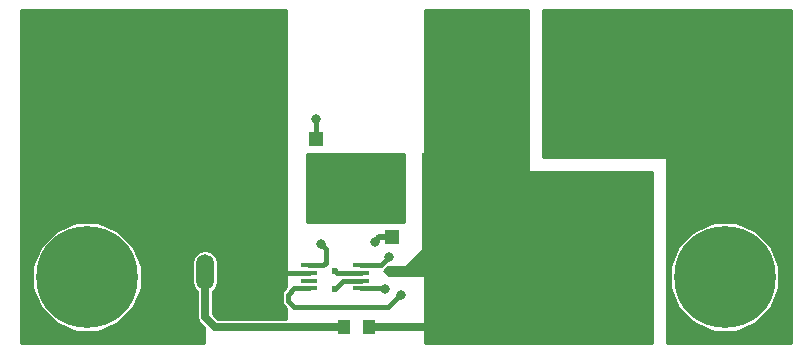
<source format=gbl>
G04 #@! TF.FileFunction,Copper,L2,Bot,Signal*
%FSLAX46Y46*%
G04 Gerber Fmt 4.6, Leading zero omitted, Abs format (unit mm)*
G04 Created by KiCad (PCBNEW 4.0.7-e0-6372~58~ubuntu16.10.1) date Tue Oct  3 15:20:14 2017*
%MOMM*%
%LPD*%
G01*
G04 APERTURE LIST*
%ADD10C,0.100000*%
%ADD11R,1.450000X0.450000*%
%ADD12R,1.280000X1.270000*%
%ADD13R,1.000000X8.000000*%
%ADD14R,1.000000X8.250000*%
%ADD15R,4.100000X6.900000*%
%ADD16C,8.600000*%
%ADD17C,0.700000*%
%ADD18C,1.600000*%
%ADD19O,1.510000X3.010000*%
%ADD20R,1.000000X1.300000*%
%ADD21C,0.800000*%
%ADD22C,0.600000*%
%ADD23C,0.400000*%
%ADD24C,0.712000*%
%ADD25C,0.250000*%
%ADD26C,0.508000*%
%ADD27C,0.254000*%
G04 APERTURE END LIST*
D10*
D11*
X29200000Y-22025000D03*
X29200000Y-22675000D03*
X29200000Y-23325000D03*
X29200000Y-23975000D03*
X24800000Y-23975000D03*
X24800000Y-23325000D03*
X24800000Y-22675000D03*
X24800000Y-22025000D03*
D12*
X25370000Y-11355000D03*
X25370000Y-13385000D03*
X25370000Y-15415000D03*
X25370000Y-17445000D03*
D13*
X17500000Y-14400000D03*
D14*
X22290000Y-14400000D03*
D15*
X20000000Y-14400000D03*
D12*
X31830000Y-19645000D03*
X31830000Y-17615000D03*
X31830000Y-15585000D03*
X31830000Y-13555000D03*
D13*
X39700000Y-16600000D03*
D14*
X34910000Y-16600000D03*
D15*
X37200000Y-16600000D03*
D16*
X60000000Y-6000000D03*
D17*
X63225000Y-6000000D03*
X62280419Y-8280419D03*
X60000000Y-9225000D03*
X57719581Y-8280419D03*
X56775000Y-6000000D03*
X57719581Y-3719581D03*
X60000000Y-2775000D03*
X62280419Y-3719581D03*
D16*
X6000000Y-6000000D03*
D17*
X9225000Y-6000000D03*
X8280419Y-8280419D03*
X6000000Y-9225000D03*
X3719581Y-8280419D03*
X2775000Y-6000000D03*
X3719581Y-3719581D03*
X6000000Y-2775000D03*
X8280419Y-3719581D03*
D16*
X60000000Y-23000000D03*
D17*
X63225000Y-23000000D03*
X62280419Y-25280419D03*
X60000000Y-26225000D03*
X57719581Y-25280419D03*
X56775000Y-23000000D03*
X57719581Y-20719581D03*
X60000000Y-19775000D03*
X62280419Y-20719581D03*
D16*
X6000000Y-23000000D03*
D17*
X9225000Y-23000000D03*
X8280419Y-25280419D03*
X6000000Y-26225000D03*
X3719581Y-25280419D03*
X2775000Y-23000000D03*
X3719581Y-20719581D03*
X6000000Y-19775000D03*
X8280419Y-20719581D03*
D18*
X47800000Y-21235000D03*
X51200000Y-21235000D03*
X47800000Y-7765000D03*
X51200000Y-7765000D03*
D19*
X16000000Y-22600000D03*
X13460000Y-22600000D03*
D20*
X27750000Y-27200000D03*
X29850000Y-27200000D03*
D21*
X31200000Y-24000000D03*
X44800000Y-21100000D03*
X43200000Y-20000000D03*
X41600000Y-20600000D03*
X41400000Y-22800000D03*
X41500000Y-16400000D03*
X43200000Y-16600000D03*
X45200000Y-16100000D03*
X36500000Y-21500000D03*
X35700000Y-11100000D03*
X36400000Y-23600000D03*
X35500000Y-9250000D03*
X25400000Y-9600000D03*
X25800000Y-20200000D03*
X29700000Y-13500000D03*
X10600000Y-13100000D03*
X10700000Y-11500000D03*
X9600000Y-10500000D03*
X7400000Y-12200000D03*
X13800000Y-14400000D03*
X12200000Y-14400000D03*
X15700000Y-14900000D03*
D22*
X17600000Y-9800000D03*
X27000000Y-22500000D03*
X27000000Y-24000000D03*
D21*
X32600000Y-24500000D03*
X31600000Y-21300000D03*
X30400000Y-20000000D03*
D23*
X29200000Y-23975000D02*
X31175000Y-23975000D01*
X31175000Y-23975000D02*
X31200000Y-24000000D01*
D24*
X29850000Y-27200000D02*
X35400000Y-27200000D01*
X36400000Y-26200000D02*
X36400000Y-23600000D01*
X35400000Y-27200000D02*
X36400000Y-26200000D01*
D23*
X37200000Y-16600000D02*
X37200000Y-22800000D01*
X37200000Y-22800000D02*
X36400000Y-23600000D01*
D25*
X34910000Y-18890000D02*
X37200000Y-16600000D01*
X35500000Y-9250000D02*
X35500000Y-10500000D01*
X35500000Y-10500000D02*
X35750000Y-10750000D01*
X37200000Y-12200000D02*
X37200000Y-16600000D01*
X35750000Y-10750000D02*
X37200000Y-12200000D01*
D23*
X25370000Y-9630000D02*
X25370000Y-11355000D01*
X25400000Y-9600000D02*
X25370000Y-9630000D01*
X25975000Y-22025000D02*
X26200000Y-21800000D01*
X25975000Y-22025000D02*
X24800000Y-22025000D01*
X26200000Y-20600000D02*
X25800000Y-20200000D01*
X26200000Y-21800000D02*
X26200000Y-20600000D01*
D26*
X25400000Y-11325000D02*
X25370000Y-11355000D01*
D23*
X31775000Y-13500000D02*
X29700000Y-13500000D01*
D25*
X31775000Y-13500000D02*
X31830000Y-13555000D01*
D24*
X17600000Y-12000000D02*
X17600000Y-9800000D01*
X17600000Y-12000000D02*
X20000000Y-14400000D01*
D23*
X24800000Y-22675000D02*
X21900000Y-22675000D01*
X20000000Y-20775000D02*
X20000000Y-14400000D01*
X21900000Y-22675000D02*
X20000000Y-20775000D01*
D25*
X20000000Y-11300000D02*
X20000000Y-14400000D01*
X19850000Y-14250000D02*
X20000000Y-14400000D01*
X20250000Y-14650000D02*
X20000000Y-14400000D01*
D23*
X27175000Y-22675000D02*
X29200000Y-22675000D01*
D25*
X27000000Y-22500000D02*
X27175000Y-22675000D01*
D23*
X29200000Y-23325000D02*
X27675000Y-23325000D01*
X27675000Y-23325000D02*
X27000000Y-24000000D01*
X24800000Y-23975000D02*
X23525000Y-23975000D01*
X32500000Y-24500000D02*
X32600000Y-24500000D01*
X31500000Y-25500000D02*
X32500000Y-24500000D01*
X23500000Y-25500000D02*
X31500000Y-25500000D01*
X23000000Y-25000000D02*
X23500000Y-25500000D01*
X23000000Y-24500000D02*
X23000000Y-25000000D01*
X23525000Y-23975000D02*
X23000000Y-24500000D01*
X29200000Y-22025000D02*
X30875000Y-22025000D01*
X30875000Y-22025000D02*
X31600000Y-21300000D01*
D26*
X31830000Y-19645000D02*
X30755000Y-19645000D01*
X30755000Y-19645000D02*
X30400000Y-20000000D01*
X31900000Y-19715000D02*
X31830000Y-19645000D01*
D24*
X16000000Y-22600000D02*
X16000000Y-26400000D01*
X16800000Y-27200000D02*
X27750000Y-27200000D01*
X16000000Y-26400000D02*
X16800000Y-27200000D01*
D27*
G36*
X32873000Y-18373000D02*
X24627000Y-18373000D01*
X24627000Y-12627000D01*
X32873000Y-12627000D01*
X32873000Y-18373000D01*
X32873000Y-18373000D01*
G37*
X32873000Y-18373000D02*
X24627000Y-18373000D01*
X24627000Y-12627000D01*
X32873000Y-12627000D01*
X32873000Y-18373000D01*
G36*
X22873000Y-23881710D02*
X22627355Y-24127355D01*
X22513115Y-24298325D01*
X22513115Y-24298326D01*
X22473000Y-24500000D01*
X22473000Y-25000000D01*
X22513115Y-25201675D01*
X22627355Y-25372645D01*
X22873000Y-25618290D01*
X22873000Y-26517000D01*
X17082908Y-26517000D01*
X16683000Y-26117092D01*
X16683000Y-24205832D01*
X16765090Y-24150981D01*
X16999638Y-23799954D01*
X17082000Y-23385891D01*
X17082000Y-21814109D01*
X16999638Y-21400046D01*
X16765090Y-21049019D01*
X16414063Y-20814471D01*
X16000000Y-20732109D01*
X15585937Y-20814471D01*
X15234910Y-21049019D01*
X15000362Y-21400046D01*
X14918000Y-21814109D01*
X14918000Y-23385891D01*
X15000362Y-23799954D01*
X15234910Y-24150981D01*
X15317000Y-24205832D01*
X15317000Y-26400000D01*
X15368990Y-26661373D01*
X15517046Y-26882954D01*
X15873000Y-27238908D01*
X15873000Y-28598000D01*
X402000Y-28598000D01*
X402000Y-23916329D01*
X1372199Y-23916329D01*
X2075133Y-25617561D01*
X3375593Y-26920292D01*
X5075595Y-27626195D01*
X6916329Y-27627801D01*
X8617561Y-26924867D01*
X9920292Y-25624407D01*
X10626195Y-23924405D01*
X10627801Y-22083671D01*
X9924867Y-20382439D01*
X8624407Y-19079708D01*
X6924405Y-18373805D01*
X5083671Y-18372199D01*
X3382439Y-19075133D01*
X2079708Y-20375593D01*
X1373805Y-22075595D01*
X1372199Y-23916329D01*
X402000Y-23916329D01*
X402000Y-9359073D01*
X5322883Y-9359073D01*
X5425733Y-9607989D01*
X5616010Y-9798598D01*
X5864746Y-9901882D01*
X6134073Y-9902117D01*
X6382989Y-9799267D01*
X6573598Y-9608990D01*
X6676882Y-9360254D01*
X6677117Y-9090927D01*
X6574267Y-8842011D01*
X6383990Y-8651402D01*
X6135254Y-8548118D01*
X5865927Y-8547883D01*
X5617011Y-8650733D01*
X5426402Y-8841010D01*
X5323118Y-9089746D01*
X5322883Y-9359073D01*
X402000Y-9359073D01*
X402000Y-8414492D01*
X3042464Y-8414492D01*
X3145314Y-8663408D01*
X3335591Y-8854017D01*
X3584327Y-8957301D01*
X3853654Y-8957536D01*
X4102570Y-8854686D01*
X4293179Y-8664409D01*
X4396463Y-8415673D01*
X4396464Y-8414492D01*
X7603302Y-8414492D01*
X7706152Y-8663408D01*
X7896429Y-8854017D01*
X8145165Y-8957301D01*
X8414492Y-8957536D01*
X8663408Y-8854686D01*
X8854017Y-8664409D01*
X8957301Y-8415673D01*
X8957536Y-8146346D01*
X8854686Y-7897430D01*
X8664409Y-7706821D01*
X8415673Y-7603537D01*
X8146346Y-7603302D01*
X7897430Y-7706152D01*
X7706821Y-7896429D01*
X7603537Y-8145165D01*
X7603302Y-8414492D01*
X4396464Y-8414492D01*
X4396698Y-8146346D01*
X4293848Y-7897430D01*
X4103571Y-7706821D01*
X3854835Y-7603537D01*
X3585508Y-7603302D01*
X3336592Y-7706152D01*
X3145983Y-7896429D01*
X3042699Y-8145165D01*
X3042464Y-8414492D01*
X402000Y-8414492D01*
X402000Y-6134073D01*
X2097883Y-6134073D01*
X2200733Y-6382989D01*
X2391010Y-6573598D01*
X2639746Y-6676882D01*
X2909073Y-6677117D01*
X3157989Y-6574267D01*
X3348598Y-6383990D01*
X3451882Y-6135254D01*
X3451883Y-6134073D01*
X8547883Y-6134073D01*
X8650733Y-6382989D01*
X8841010Y-6573598D01*
X9089746Y-6676882D01*
X9359073Y-6677117D01*
X9607989Y-6574267D01*
X9798598Y-6383990D01*
X9901882Y-6135254D01*
X9902117Y-5865927D01*
X9799267Y-5617011D01*
X9608990Y-5426402D01*
X9360254Y-5323118D01*
X9090927Y-5322883D01*
X8842011Y-5425733D01*
X8651402Y-5616010D01*
X8548118Y-5864746D01*
X8547883Y-6134073D01*
X3451883Y-6134073D01*
X3452117Y-5865927D01*
X3349267Y-5617011D01*
X3158990Y-5426402D01*
X2910254Y-5323118D01*
X2640927Y-5322883D01*
X2392011Y-5425733D01*
X2201402Y-5616010D01*
X2098118Y-5864746D01*
X2097883Y-6134073D01*
X402000Y-6134073D01*
X402000Y-3853654D01*
X3042464Y-3853654D01*
X3145314Y-4102570D01*
X3335591Y-4293179D01*
X3584327Y-4396463D01*
X3853654Y-4396698D01*
X4102570Y-4293848D01*
X4293179Y-4103571D01*
X4396463Y-3854835D01*
X4396464Y-3853654D01*
X7603302Y-3853654D01*
X7706152Y-4102570D01*
X7896429Y-4293179D01*
X8145165Y-4396463D01*
X8414492Y-4396698D01*
X8663408Y-4293848D01*
X8854017Y-4103571D01*
X8957301Y-3854835D01*
X8957536Y-3585508D01*
X8854686Y-3336592D01*
X8664409Y-3145983D01*
X8415673Y-3042699D01*
X8146346Y-3042464D01*
X7897430Y-3145314D01*
X7706821Y-3335591D01*
X7603537Y-3584327D01*
X7603302Y-3853654D01*
X4396464Y-3853654D01*
X4396698Y-3585508D01*
X4293848Y-3336592D01*
X4103571Y-3145983D01*
X3854835Y-3042699D01*
X3585508Y-3042464D01*
X3336592Y-3145314D01*
X3145983Y-3335591D01*
X3042699Y-3584327D01*
X3042464Y-3853654D01*
X402000Y-3853654D01*
X402000Y-2909073D01*
X5322883Y-2909073D01*
X5425733Y-3157989D01*
X5616010Y-3348598D01*
X5864746Y-3451882D01*
X6134073Y-3452117D01*
X6382989Y-3349267D01*
X6573598Y-3158990D01*
X6676882Y-2910254D01*
X6677117Y-2640927D01*
X6574267Y-2392011D01*
X6383990Y-2201402D01*
X6135254Y-2098118D01*
X5865927Y-2097883D01*
X5617011Y-2200733D01*
X5426402Y-2391010D01*
X5323118Y-2639746D01*
X5322883Y-2909073D01*
X402000Y-2909073D01*
X402000Y-402000D01*
X22873000Y-402000D01*
X22873000Y-23881710D01*
X22873000Y-23881710D01*
G37*
X22873000Y-23881710D02*
X22627355Y-24127355D01*
X22513115Y-24298325D01*
X22513115Y-24298326D01*
X22473000Y-24500000D01*
X22473000Y-25000000D01*
X22513115Y-25201675D01*
X22627355Y-25372645D01*
X22873000Y-25618290D01*
X22873000Y-26517000D01*
X17082908Y-26517000D01*
X16683000Y-26117092D01*
X16683000Y-24205832D01*
X16765090Y-24150981D01*
X16999638Y-23799954D01*
X17082000Y-23385891D01*
X17082000Y-21814109D01*
X16999638Y-21400046D01*
X16765090Y-21049019D01*
X16414063Y-20814471D01*
X16000000Y-20732109D01*
X15585937Y-20814471D01*
X15234910Y-21049019D01*
X15000362Y-21400046D01*
X14918000Y-21814109D01*
X14918000Y-23385891D01*
X15000362Y-23799954D01*
X15234910Y-24150981D01*
X15317000Y-24205832D01*
X15317000Y-26400000D01*
X15368990Y-26661373D01*
X15517046Y-26882954D01*
X15873000Y-27238908D01*
X15873000Y-28598000D01*
X402000Y-28598000D01*
X402000Y-23916329D01*
X1372199Y-23916329D01*
X2075133Y-25617561D01*
X3375593Y-26920292D01*
X5075595Y-27626195D01*
X6916329Y-27627801D01*
X8617561Y-26924867D01*
X9920292Y-25624407D01*
X10626195Y-23924405D01*
X10627801Y-22083671D01*
X9924867Y-20382439D01*
X8624407Y-19079708D01*
X6924405Y-18373805D01*
X5083671Y-18372199D01*
X3382439Y-19075133D01*
X2079708Y-20375593D01*
X1373805Y-22075595D01*
X1372199Y-23916329D01*
X402000Y-23916329D01*
X402000Y-9359073D01*
X5322883Y-9359073D01*
X5425733Y-9607989D01*
X5616010Y-9798598D01*
X5864746Y-9901882D01*
X6134073Y-9902117D01*
X6382989Y-9799267D01*
X6573598Y-9608990D01*
X6676882Y-9360254D01*
X6677117Y-9090927D01*
X6574267Y-8842011D01*
X6383990Y-8651402D01*
X6135254Y-8548118D01*
X5865927Y-8547883D01*
X5617011Y-8650733D01*
X5426402Y-8841010D01*
X5323118Y-9089746D01*
X5322883Y-9359073D01*
X402000Y-9359073D01*
X402000Y-8414492D01*
X3042464Y-8414492D01*
X3145314Y-8663408D01*
X3335591Y-8854017D01*
X3584327Y-8957301D01*
X3853654Y-8957536D01*
X4102570Y-8854686D01*
X4293179Y-8664409D01*
X4396463Y-8415673D01*
X4396464Y-8414492D01*
X7603302Y-8414492D01*
X7706152Y-8663408D01*
X7896429Y-8854017D01*
X8145165Y-8957301D01*
X8414492Y-8957536D01*
X8663408Y-8854686D01*
X8854017Y-8664409D01*
X8957301Y-8415673D01*
X8957536Y-8146346D01*
X8854686Y-7897430D01*
X8664409Y-7706821D01*
X8415673Y-7603537D01*
X8146346Y-7603302D01*
X7897430Y-7706152D01*
X7706821Y-7896429D01*
X7603537Y-8145165D01*
X7603302Y-8414492D01*
X4396464Y-8414492D01*
X4396698Y-8146346D01*
X4293848Y-7897430D01*
X4103571Y-7706821D01*
X3854835Y-7603537D01*
X3585508Y-7603302D01*
X3336592Y-7706152D01*
X3145983Y-7896429D01*
X3042699Y-8145165D01*
X3042464Y-8414492D01*
X402000Y-8414492D01*
X402000Y-6134073D01*
X2097883Y-6134073D01*
X2200733Y-6382989D01*
X2391010Y-6573598D01*
X2639746Y-6676882D01*
X2909073Y-6677117D01*
X3157989Y-6574267D01*
X3348598Y-6383990D01*
X3451882Y-6135254D01*
X3451883Y-6134073D01*
X8547883Y-6134073D01*
X8650733Y-6382989D01*
X8841010Y-6573598D01*
X9089746Y-6676882D01*
X9359073Y-6677117D01*
X9607989Y-6574267D01*
X9798598Y-6383990D01*
X9901882Y-6135254D01*
X9902117Y-5865927D01*
X9799267Y-5617011D01*
X9608990Y-5426402D01*
X9360254Y-5323118D01*
X9090927Y-5322883D01*
X8842011Y-5425733D01*
X8651402Y-5616010D01*
X8548118Y-5864746D01*
X8547883Y-6134073D01*
X3451883Y-6134073D01*
X3452117Y-5865927D01*
X3349267Y-5617011D01*
X3158990Y-5426402D01*
X2910254Y-5323118D01*
X2640927Y-5322883D01*
X2392011Y-5425733D01*
X2201402Y-5616010D01*
X2098118Y-5864746D01*
X2097883Y-6134073D01*
X402000Y-6134073D01*
X402000Y-3853654D01*
X3042464Y-3853654D01*
X3145314Y-4102570D01*
X3335591Y-4293179D01*
X3584327Y-4396463D01*
X3853654Y-4396698D01*
X4102570Y-4293848D01*
X4293179Y-4103571D01*
X4396463Y-3854835D01*
X4396464Y-3853654D01*
X7603302Y-3853654D01*
X7706152Y-4102570D01*
X7896429Y-4293179D01*
X8145165Y-4396463D01*
X8414492Y-4396698D01*
X8663408Y-4293848D01*
X8854017Y-4103571D01*
X8957301Y-3854835D01*
X8957536Y-3585508D01*
X8854686Y-3336592D01*
X8664409Y-3145983D01*
X8415673Y-3042699D01*
X8146346Y-3042464D01*
X7897430Y-3145314D01*
X7706821Y-3335591D01*
X7603537Y-3584327D01*
X7603302Y-3853654D01*
X4396464Y-3853654D01*
X4396698Y-3585508D01*
X4293848Y-3336592D01*
X4103571Y-3145983D01*
X3854835Y-3042699D01*
X3585508Y-3042464D01*
X3336592Y-3145314D01*
X3145983Y-3335591D01*
X3042699Y-3584327D01*
X3042464Y-3853654D01*
X402000Y-3853654D01*
X402000Y-2909073D01*
X5322883Y-2909073D01*
X5425733Y-3157989D01*
X5616010Y-3348598D01*
X5864746Y-3451882D01*
X6134073Y-3452117D01*
X6382989Y-3349267D01*
X6573598Y-3158990D01*
X6676882Y-2910254D01*
X6677117Y-2640927D01*
X6574267Y-2392011D01*
X6383990Y-2201402D01*
X6135254Y-2098118D01*
X5865927Y-2097883D01*
X5617011Y-2200733D01*
X5426402Y-2391010D01*
X5323118Y-2639746D01*
X5322883Y-2909073D01*
X402000Y-2909073D01*
X402000Y-402000D01*
X22873000Y-402000D01*
X22873000Y-23881710D01*
G36*
X65598000Y-28598000D02*
X55127000Y-28598000D01*
X55127000Y-23916329D01*
X55372199Y-23916329D01*
X56075133Y-25617561D01*
X57375593Y-26920292D01*
X59075595Y-27626195D01*
X60916329Y-27627801D01*
X62617561Y-26924867D01*
X63920292Y-25624407D01*
X64626195Y-23924405D01*
X64627801Y-22083671D01*
X63924867Y-20382439D01*
X62624407Y-19079708D01*
X60924405Y-18373805D01*
X59083671Y-18372199D01*
X57382439Y-19075133D01*
X56079708Y-20375593D01*
X55373805Y-22075595D01*
X55372199Y-23916329D01*
X55127000Y-23916329D01*
X55127000Y-13000000D01*
X55116994Y-12950590D01*
X55088553Y-12908965D01*
X55046159Y-12881685D01*
X55000000Y-12873000D01*
X44627000Y-12873000D01*
X44627000Y-9359073D01*
X59322883Y-9359073D01*
X59425733Y-9607989D01*
X59616010Y-9798598D01*
X59864746Y-9901882D01*
X60134073Y-9902117D01*
X60382989Y-9799267D01*
X60573598Y-9608990D01*
X60676882Y-9360254D01*
X60677117Y-9090927D01*
X60574267Y-8842011D01*
X60383990Y-8651402D01*
X60135254Y-8548118D01*
X59865927Y-8547883D01*
X59617011Y-8650733D01*
X59426402Y-8841010D01*
X59323118Y-9089746D01*
X59322883Y-9359073D01*
X44627000Y-9359073D01*
X44627000Y-8414492D01*
X57042464Y-8414492D01*
X57145314Y-8663408D01*
X57335591Y-8854017D01*
X57584327Y-8957301D01*
X57853654Y-8957536D01*
X58102570Y-8854686D01*
X58293179Y-8664409D01*
X58396463Y-8415673D01*
X58396464Y-8414492D01*
X61603302Y-8414492D01*
X61706152Y-8663408D01*
X61896429Y-8854017D01*
X62145165Y-8957301D01*
X62414492Y-8957536D01*
X62663408Y-8854686D01*
X62854017Y-8664409D01*
X62957301Y-8415673D01*
X62957536Y-8146346D01*
X62854686Y-7897430D01*
X62664409Y-7706821D01*
X62415673Y-7603537D01*
X62146346Y-7603302D01*
X61897430Y-7706152D01*
X61706821Y-7896429D01*
X61603537Y-8145165D01*
X61603302Y-8414492D01*
X58396464Y-8414492D01*
X58396698Y-8146346D01*
X58293848Y-7897430D01*
X58103571Y-7706821D01*
X57854835Y-7603537D01*
X57585508Y-7603302D01*
X57336592Y-7706152D01*
X57145983Y-7896429D01*
X57042699Y-8145165D01*
X57042464Y-8414492D01*
X44627000Y-8414492D01*
X44627000Y-6134073D01*
X56097883Y-6134073D01*
X56200733Y-6382989D01*
X56391010Y-6573598D01*
X56639746Y-6676882D01*
X56909073Y-6677117D01*
X57157989Y-6574267D01*
X57348598Y-6383990D01*
X57451882Y-6135254D01*
X57451883Y-6134073D01*
X62547883Y-6134073D01*
X62650733Y-6382989D01*
X62841010Y-6573598D01*
X63089746Y-6676882D01*
X63359073Y-6677117D01*
X63607989Y-6574267D01*
X63798598Y-6383990D01*
X63901882Y-6135254D01*
X63902117Y-5865927D01*
X63799267Y-5617011D01*
X63608990Y-5426402D01*
X63360254Y-5323118D01*
X63090927Y-5322883D01*
X62842011Y-5425733D01*
X62651402Y-5616010D01*
X62548118Y-5864746D01*
X62547883Y-6134073D01*
X57451883Y-6134073D01*
X57452117Y-5865927D01*
X57349267Y-5617011D01*
X57158990Y-5426402D01*
X56910254Y-5323118D01*
X56640927Y-5322883D01*
X56392011Y-5425733D01*
X56201402Y-5616010D01*
X56098118Y-5864746D01*
X56097883Y-6134073D01*
X44627000Y-6134073D01*
X44627000Y-3853654D01*
X57042464Y-3853654D01*
X57145314Y-4102570D01*
X57335591Y-4293179D01*
X57584327Y-4396463D01*
X57853654Y-4396698D01*
X58102570Y-4293848D01*
X58293179Y-4103571D01*
X58396463Y-3854835D01*
X58396464Y-3853654D01*
X61603302Y-3853654D01*
X61706152Y-4102570D01*
X61896429Y-4293179D01*
X62145165Y-4396463D01*
X62414492Y-4396698D01*
X62663408Y-4293848D01*
X62854017Y-4103571D01*
X62957301Y-3854835D01*
X62957536Y-3585508D01*
X62854686Y-3336592D01*
X62664409Y-3145983D01*
X62415673Y-3042699D01*
X62146346Y-3042464D01*
X61897430Y-3145314D01*
X61706821Y-3335591D01*
X61603537Y-3584327D01*
X61603302Y-3853654D01*
X58396464Y-3853654D01*
X58396698Y-3585508D01*
X58293848Y-3336592D01*
X58103571Y-3145983D01*
X57854835Y-3042699D01*
X57585508Y-3042464D01*
X57336592Y-3145314D01*
X57145983Y-3335591D01*
X57042699Y-3584327D01*
X57042464Y-3853654D01*
X44627000Y-3853654D01*
X44627000Y-2909073D01*
X59322883Y-2909073D01*
X59425733Y-3157989D01*
X59616010Y-3348598D01*
X59864746Y-3451882D01*
X60134073Y-3452117D01*
X60382989Y-3349267D01*
X60573598Y-3158990D01*
X60676882Y-2910254D01*
X60677117Y-2640927D01*
X60574267Y-2392011D01*
X60383990Y-2201402D01*
X60135254Y-2098118D01*
X59865927Y-2097883D01*
X59617011Y-2200733D01*
X59426402Y-2391010D01*
X59323118Y-2639746D01*
X59322883Y-2909073D01*
X44627000Y-2909073D01*
X44627000Y-402000D01*
X65598000Y-402000D01*
X65598000Y-28598000D01*
X65598000Y-28598000D01*
G37*
X65598000Y-28598000D02*
X55127000Y-28598000D01*
X55127000Y-23916329D01*
X55372199Y-23916329D01*
X56075133Y-25617561D01*
X57375593Y-26920292D01*
X59075595Y-27626195D01*
X60916329Y-27627801D01*
X62617561Y-26924867D01*
X63920292Y-25624407D01*
X64626195Y-23924405D01*
X64627801Y-22083671D01*
X63924867Y-20382439D01*
X62624407Y-19079708D01*
X60924405Y-18373805D01*
X59083671Y-18372199D01*
X57382439Y-19075133D01*
X56079708Y-20375593D01*
X55373805Y-22075595D01*
X55372199Y-23916329D01*
X55127000Y-23916329D01*
X55127000Y-13000000D01*
X55116994Y-12950590D01*
X55088553Y-12908965D01*
X55046159Y-12881685D01*
X55000000Y-12873000D01*
X44627000Y-12873000D01*
X44627000Y-9359073D01*
X59322883Y-9359073D01*
X59425733Y-9607989D01*
X59616010Y-9798598D01*
X59864746Y-9901882D01*
X60134073Y-9902117D01*
X60382989Y-9799267D01*
X60573598Y-9608990D01*
X60676882Y-9360254D01*
X60677117Y-9090927D01*
X60574267Y-8842011D01*
X60383990Y-8651402D01*
X60135254Y-8548118D01*
X59865927Y-8547883D01*
X59617011Y-8650733D01*
X59426402Y-8841010D01*
X59323118Y-9089746D01*
X59322883Y-9359073D01*
X44627000Y-9359073D01*
X44627000Y-8414492D01*
X57042464Y-8414492D01*
X57145314Y-8663408D01*
X57335591Y-8854017D01*
X57584327Y-8957301D01*
X57853654Y-8957536D01*
X58102570Y-8854686D01*
X58293179Y-8664409D01*
X58396463Y-8415673D01*
X58396464Y-8414492D01*
X61603302Y-8414492D01*
X61706152Y-8663408D01*
X61896429Y-8854017D01*
X62145165Y-8957301D01*
X62414492Y-8957536D01*
X62663408Y-8854686D01*
X62854017Y-8664409D01*
X62957301Y-8415673D01*
X62957536Y-8146346D01*
X62854686Y-7897430D01*
X62664409Y-7706821D01*
X62415673Y-7603537D01*
X62146346Y-7603302D01*
X61897430Y-7706152D01*
X61706821Y-7896429D01*
X61603537Y-8145165D01*
X61603302Y-8414492D01*
X58396464Y-8414492D01*
X58396698Y-8146346D01*
X58293848Y-7897430D01*
X58103571Y-7706821D01*
X57854835Y-7603537D01*
X57585508Y-7603302D01*
X57336592Y-7706152D01*
X57145983Y-7896429D01*
X57042699Y-8145165D01*
X57042464Y-8414492D01*
X44627000Y-8414492D01*
X44627000Y-6134073D01*
X56097883Y-6134073D01*
X56200733Y-6382989D01*
X56391010Y-6573598D01*
X56639746Y-6676882D01*
X56909073Y-6677117D01*
X57157989Y-6574267D01*
X57348598Y-6383990D01*
X57451882Y-6135254D01*
X57451883Y-6134073D01*
X62547883Y-6134073D01*
X62650733Y-6382989D01*
X62841010Y-6573598D01*
X63089746Y-6676882D01*
X63359073Y-6677117D01*
X63607989Y-6574267D01*
X63798598Y-6383990D01*
X63901882Y-6135254D01*
X63902117Y-5865927D01*
X63799267Y-5617011D01*
X63608990Y-5426402D01*
X63360254Y-5323118D01*
X63090927Y-5322883D01*
X62842011Y-5425733D01*
X62651402Y-5616010D01*
X62548118Y-5864746D01*
X62547883Y-6134073D01*
X57451883Y-6134073D01*
X57452117Y-5865927D01*
X57349267Y-5617011D01*
X57158990Y-5426402D01*
X56910254Y-5323118D01*
X56640927Y-5322883D01*
X56392011Y-5425733D01*
X56201402Y-5616010D01*
X56098118Y-5864746D01*
X56097883Y-6134073D01*
X44627000Y-6134073D01*
X44627000Y-3853654D01*
X57042464Y-3853654D01*
X57145314Y-4102570D01*
X57335591Y-4293179D01*
X57584327Y-4396463D01*
X57853654Y-4396698D01*
X58102570Y-4293848D01*
X58293179Y-4103571D01*
X58396463Y-3854835D01*
X58396464Y-3853654D01*
X61603302Y-3853654D01*
X61706152Y-4102570D01*
X61896429Y-4293179D01*
X62145165Y-4396463D01*
X62414492Y-4396698D01*
X62663408Y-4293848D01*
X62854017Y-4103571D01*
X62957301Y-3854835D01*
X62957536Y-3585508D01*
X62854686Y-3336592D01*
X62664409Y-3145983D01*
X62415673Y-3042699D01*
X62146346Y-3042464D01*
X61897430Y-3145314D01*
X61706821Y-3335591D01*
X61603537Y-3584327D01*
X61603302Y-3853654D01*
X58396464Y-3853654D01*
X58396698Y-3585508D01*
X58293848Y-3336592D01*
X58103571Y-3145983D01*
X57854835Y-3042699D01*
X57585508Y-3042464D01*
X57336592Y-3145314D01*
X57145983Y-3335591D01*
X57042699Y-3584327D01*
X57042464Y-3853654D01*
X44627000Y-3853654D01*
X44627000Y-2909073D01*
X59322883Y-2909073D01*
X59425733Y-3157989D01*
X59616010Y-3348598D01*
X59864746Y-3451882D01*
X60134073Y-3452117D01*
X60382989Y-3349267D01*
X60573598Y-3158990D01*
X60676882Y-2910254D01*
X60677117Y-2640927D01*
X60574267Y-2392011D01*
X60383990Y-2201402D01*
X60135254Y-2098118D01*
X59865927Y-2097883D01*
X59617011Y-2200733D01*
X59426402Y-2391010D01*
X59323118Y-2639746D01*
X59322883Y-2909073D01*
X44627000Y-2909073D01*
X44627000Y-402000D01*
X65598000Y-402000D01*
X65598000Y-28598000D01*
G36*
X43373000Y-14000000D02*
X43383006Y-14049410D01*
X43411447Y-14091035D01*
X43453841Y-14118315D01*
X43500000Y-14127000D01*
X53873000Y-14127000D01*
X53873000Y-28598000D01*
X34627000Y-28598000D01*
X34627000Y-23000000D01*
X34616994Y-22950590D01*
X34588553Y-22908965D01*
X34546159Y-22881685D01*
X34500000Y-22873000D01*
X31552606Y-22873000D01*
X31145502Y-22465896D01*
X31247645Y-22397645D01*
X31518290Y-22127000D01*
X33000000Y-22127000D01*
X33049410Y-22116994D01*
X33089803Y-22089803D01*
X34552606Y-20627000D01*
X35000000Y-20627000D01*
X35049410Y-20616994D01*
X35091035Y-20588553D01*
X35118315Y-20546159D01*
X35126753Y-20492078D01*
X34627000Y-12496030D01*
X34627000Y-402000D01*
X43373000Y-402000D01*
X43373000Y-14000000D01*
X43373000Y-14000000D01*
G37*
X43373000Y-14000000D02*
X43383006Y-14049410D01*
X43411447Y-14091035D01*
X43453841Y-14118315D01*
X43500000Y-14127000D01*
X53873000Y-14127000D01*
X53873000Y-28598000D01*
X34627000Y-28598000D01*
X34627000Y-23000000D01*
X34616994Y-22950590D01*
X34588553Y-22908965D01*
X34546159Y-22881685D01*
X34500000Y-22873000D01*
X31552606Y-22873000D01*
X31145502Y-22465896D01*
X31247645Y-22397645D01*
X31518290Y-22127000D01*
X33000000Y-22127000D01*
X33049410Y-22116994D01*
X33089803Y-22089803D01*
X34552606Y-20627000D01*
X35000000Y-20627000D01*
X35049410Y-20616994D01*
X35091035Y-20588553D01*
X35118315Y-20546159D01*
X35126753Y-20492078D01*
X34627000Y-12496030D01*
X34627000Y-402000D01*
X43373000Y-402000D01*
X43373000Y-14000000D01*
M02*

</source>
